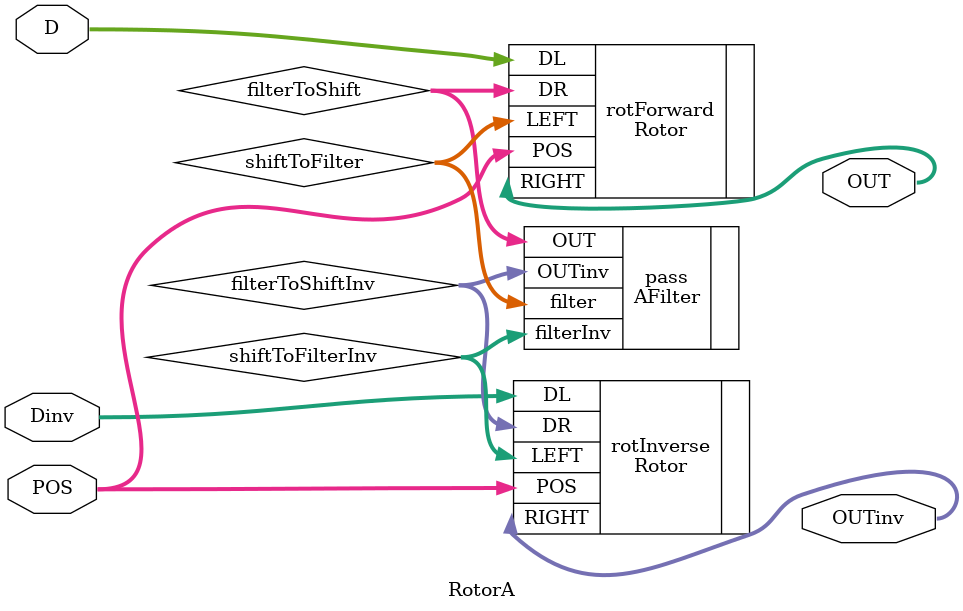
<source format=sv>
`timescale 1ns / 1ps


module RotorA(
    input [25:0] D,
    input [25:0] Dinv,
    output logic [25:0] OUT,
    output logic [25:0] OUTinv,
    input [4:0] POS
    );
      
    logic [25:0] shiftToFilter, filterToShift, shiftToFilterInv, filterToShiftInv;
    

    AFilter pass (.filter(shiftToFilter), .OUT(filterToShift), .filterInv(shiftToFilterInv), .OUTinv(filterToShiftInv));
    Rotor rotForward (.DR(filterToShift), .DL(D), .RIGHT(OUT), .LEFT(shiftToFilter), .POS(POS));
    Rotor rotInverse (.DR(filterToShiftInv), .DL(Dinv), .RIGHT(OUTinv), .LEFT(shiftToFilterInv), .POS(POS));
    
   
endmodule

</source>
